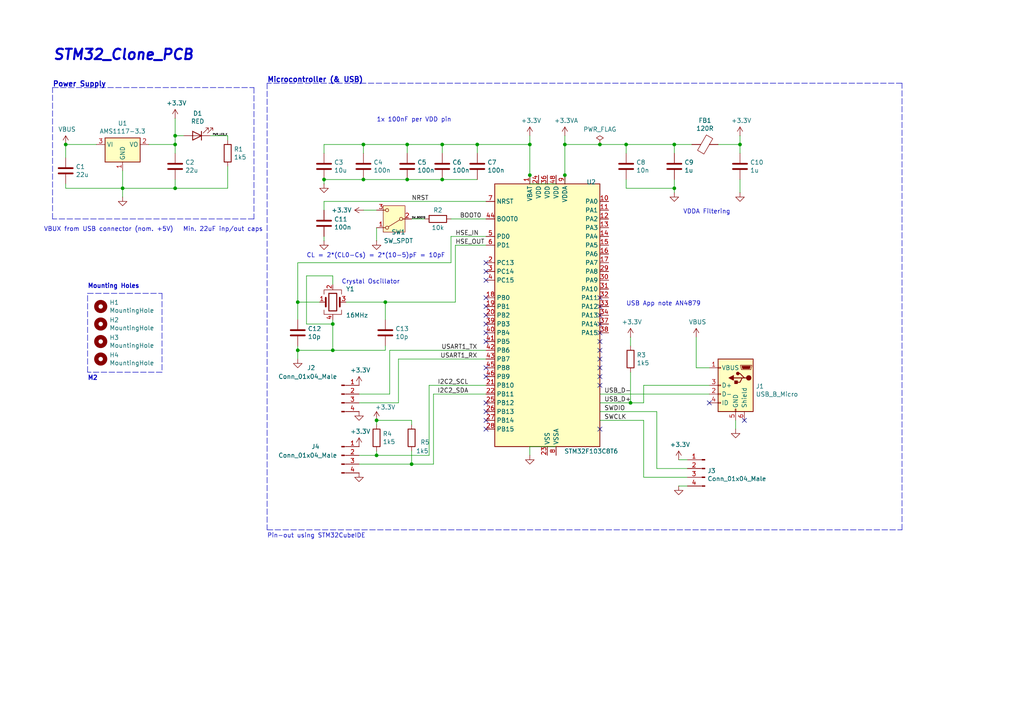
<source format=kicad_sch>
(kicad_sch (version 20250114) (generator "eeschema") (generator_version "9.0")
  (paper "A4")
  (title_block (title "STM32_Clone_PCB") (date "2025-06-10") (rev "0.1") (company "CHIRAG"))
  (lib_symbols
    (symbol "Connector:Conn_01x04_Male" (pin_names (offset 1.016) (hide yes))
      (property "Reference" "J" (at 0 5.08 0))
      (property "Value" "Connector_Conn_01x04_Male" (at 0 -7.62 0))
      (symbol "Conn_01x04_Male_1_1"
        (rectangle (start 0.8636 2.667) (end 0 2.413) (stroke (width 0.1524)) (fill (type outline)))
        (rectangle (start 0.8636 0.127) (end 0 -0.127) (stroke (width 0.1524)) (fill (type outline)))
        (rectangle (start 0.8636 -2.413) (end 0 -2.667) (stroke (width 0.1524)) (fill (type outline)))
        (rectangle (start 0.8636 -4.953) (end 0 -5.207) (stroke (width 0.1524)) (fill (type outline)))
        (polyline (pts (xy 1.27 2.54) (xy 0.8636 2.54)) (stroke (width 0.1524)))
        (polyline (pts (xy 1.27 0) (xy 0.8636 0)) (stroke (width 0.1524)))
        (polyline (pts (xy 1.27 -2.54) (xy 0.8636 -2.54)) (stroke (width 0.1524)))
        (polyline (pts (xy 1.27 -5.08) (xy 0.8636 -5.08)) (stroke (width 0.1524)))
        (pin passive line (at 5.08 2.54 180) (length 3.81) (name "Pin_1") (number "1"))
        (pin passive line (at 5.08 0 180) (length 3.81) (name "Pin_2") (number "2"))
        (pin passive line (at 5.08 -2.54 180) (length 3.81) (name "Pin_3") (number "3"))
        (pin passive line (at 5.08 -5.08 180) (length 3.81) (name "Pin_4") (number "4"))
      )
    )
    (symbol "Connector:USB_B_Micro" (pin_names (offset 1.016))
      (property "Reference" "J" (at -5.08 11.43 0))
      (property "Value" "USB_B_Micro" (at -5.08 8.89 0))
      (symbol "USB_B_Micro_0_1"
        (rectangle (start -5.08 -7.62) (end 5.08 7.62) (stroke (width 0.254)) (fill (type background)))
        (polyline (pts (xy -4.699 5.842) (xy -4.699 5.588) (xy -4.445 4.826) (xy -4.445 4.572) (xy -1.651 4.572) (xy -1.651 4.826) (xy -1.397 5.588) (xy -1.397 5.842) (xy -4.699 5.842)))
        (polyline (pts (xy -4.318 5.588) (xy -1.778 5.588) (xy -2.032 4.826) (xy -4.064 4.826) (xy -4.318 5.588)) (fill (type outline)))
        (circle (center -3.81 2.159) (radius 0.635) (stroke (width 0.254)) (fill (type outline)))
        (polyline (pts (xy -3.175 2.159) (xy -2.54 2.159) (xy -1.27 3.429) (xy -0.635 3.429)) (stroke (width 0.254)))
        (polyline (pts (xy -2.54 2.159) (xy -1.905 2.159) (xy -1.27 0.889) (xy 0 0.889)) (stroke (width 0.254)))
        (polyline (pts (xy -1.905 2.159) (xy 0.635 2.159)) (stroke (width 0.254)))
        (circle (center -0.635 3.429) (radius 0.381) (stroke (width 0.254)) (fill (type outline)))
        (rectangle (start -0.127 -7.62) (end 0.127 -6.858))
        (rectangle (start 0.254 1.27) (end -0.508 0.508) (stroke (width 0.254)) (fill (type outline)))
        (polyline (pts (xy 0.635 2.794) (xy 0.635 1.524) (xy 1.905 2.159) (xy 0.635 2.794)) (stroke (width 0.254)) (fill (type outline)))
        (rectangle (start 5.08 4.953) (end 4.318 5.207))
        (rectangle (start 5.08 -0.127) (end 4.318 0.127))
        (rectangle (start 5.08 -2.667) (end 4.318 -2.413))
        (rectangle (start 5.08 -5.207) (end 4.318 -4.953))
      )
      (symbol "USB_B_Micro_1_1"
        (pin passive line (at -2.54 -10.16 90) (length 2.54) (name "Shield") (number "6"))
        (pin power_out line (at 0 -10.16 90) (length 2.54) (name "GND") (number "5"))
        (pin power_out line (at 7.62 5.08 180) (length 2.54) (name "VBUS") (number "1"))
        (pin bidirectional line (at 7.62 0 180) (length 2.54) (name "D+") (number "3"))
        (pin bidirectional line (at 7.62 -2.54 180) (length 2.54) (name "D-") (number "2"))
        (pin passive line (at 7.62 -5.08 180) (length 2.54) (name "ID") (number "4"))
      )
    )
    (symbol "Device:C" (pin_numbers (hide yes)) (pin_names (offset 0.254))
      (property "Reference" "C" (at 0.635 2.54 0))
      (property "Value" "C" (at 0.635 -2.54 0))
      (symbol "C_0_1"
        (polyline (pts (xy -2.032 0.762) (xy 2.032 0.762)) (stroke (width 0.508)))
        (polyline (pts (xy -2.032 -0.762) (xy 2.032 -0.762)) (stroke (width 0.508)))
      )
      (symbol "C_1_1"
        (pin passive line (at 0 3.81 270) (length 2.794) (name "~") (number "1"))
        (pin passive line (at 0 -3.81 90) (length 2.794) (name "~") (number "2"))
      )
    )
    (symbol "Device:Crystal_GND24" (pin_names (offset 1.016) (hide yes))
      (property "Reference" "Y" (at 3.175 5.08 0))
      (property "Value" "Crystal_GND24" (at 3.175 3.175 0))
      (symbol "Crystal_GND24_0_1"
        (polyline (pts (xy -2.54 2.286) (xy -2.54 3.556) (xy 2.54 3.556) (xy 2.54 2.286)))
        (polyline (pts (xy -2.54 0) (xy -2.032 0)))
        (polyline (pts (xy -2.54 -2.286) (xy -2.54 -3.556) (xy 2.54 -3.556) (xy 2.54 -2.286)))
        (polyline (pts (xy -2.032 -1.27) (xy -2.032 1.27)) (stroke (width 0.508)))
        (rectangle (start -1.143 2.54) (end 1.143 -2.54) (stroke (width 0.3048)))
        (polyline (pts (xy 0 3.556) (xy 0 3.81)))
        (polyline (pts (xy 0 -3.81) (xy 0 -3.556)))
        (polyline (pts (xy 2.032 0) (xy 2.54 0)))
        (polyline (pts (xy 2.032 -1.27) (xy 2.032 1.27)) (stroke (width 0.508)))
      )
      (symbol "Crystal_GND24_1_1"
        (pin passive line (at -3.81 0 0) (length 1.27) (name "1") (number "1"))
        (pin passive line (at 0 5.08 270) (length 1.27) (name "2") (number "2"))
        (pin passive line (at 0 -5.08 90) (length 1.27) (name "4") (number "4"))
        (pin passive line (at 3.81 0 180) (length 1.27) (name "3") (number "3"))
      )
    )
    (symbol "Device:Ferrite_Bead" (pin_numbers (hide yes)) (pin_names (offset 0))
      (property "Reference" "FB" (at -3.81 0.635 90))
      (property "Value" "Device_Ferrite_Bead" (at 3.81 0 90))
      (symbol "Ferrite_Bead_0_1"
        (polyline (pts (xy -2.7686 0.4064) (xy -1.7018 2.2606) (xy 2.7686 -0.3048) (xy 1.6764 -2.159) (xy -2.7686 0.4064)))
        (polyline (pts (xy 0 1.27) (xy 0 1.2954)))
        (polyline (pts (xy 0 -1.27) (xy 0 -1.2192)))
      )
      (symbol "Ferrite_Bead_1_1"
        (pin passive line (at 0 3.81 270) (length 2.54) (name "~") (number "1"))
        (pin passive line (at 0 -3.81 90) (length 2.54) (name "~") (number "2"))
      )
    )
    (symbol "Device:LED" (pin_numbers (hide yes)) (pin_names (offset 1.016) (hide yes))
      (property "Reference" "D" (at 0 2.54 0))
      (property "Value" "LED" (at 0 -2.54 0))
      (symbol "LED_0_1"
        (polyline (pts (xy -3.048 -0.762) (xy -4.572 -2.286) (xy -3.81 -2.286) (xy -4.572 -2.286) (xy -4.572 -1.524)))
        (polyline (pts (xy -1.778 -0.762) (xy -3.302 -2.286) (xy -2.54 -2.286) (xy -3.302 -2.286) (xy -3.302 -1.524)))
        (polyline (pts (xy -1.27 0) (xy 1.27 0)))
        (polyline (pts (xy -1.27 -1.27) (xy -1.27 1.27)) (stroke (width 0.254)))
        (polyline (pts (xy 1.27 -1.27) (xy 1.27 1.27) (xy -1.27 0) (xy 1.27 -1.27)) (stroke (width 0.254)))
      )
      (symbol "LED_1_1"
        (pin passive line (at -3.81 0 0) (length 2.54) (name "K") (number "1"))
        (pin passive line (at 3.81 0 180) (length 2.54) (name "A") (number "2"))
      )
    )
    (symbol "Device:R" (pin_numbers (hide yes)) (pin_names (offset 0))
      (property "Reference" "R" (at 2.032 0 90))
      (property "Value" "R" (at 0 0 90))
      (symbol "R_0_1"
        (rectangle (start -1.016 -2.54) (end 1.016 2.54) (stroke (width 0.254)))
      )
      (symbol "R_1_1"
        (pin passive line (at 0 3.81 270) (length 1.27) (name "~") (number "1"))
        (pin passive line (at 0 -3.81 90) (length 1.27) (name "~") (number "2"))
      )
    )
    (symbol "MCU_ST_STM32F1:STM32F103C8Tx"
      (property "Reference" "U" (at -15.24 39.37 0))
      (property "Value" "STM32F103C8Tx" (at 7.62 39.37 0))
      (symbol "STM32F103C8Tx_0_1"
        (rectangle (start -15.24 -38.1) (end 15.24 38.1) (stroke (width 0.254)) (fill (type background)))
      )
      (symbol "STM32F103C8Tx_1_1"
        (pin input line (at -17.78 33.02 0) (length 2.54) (name "NRST") (number "7"))
        (pin input line (at -17.78 27.94 0) (length 2.54) (name "BOOT0") (number "44"))
        (pin bidirectional line (at -17.78 22.86 0) (length 2.54) (name "PD0") (number "5"))
        (pin bidirectional line (at -17.78 20.32 0) (length 2.54) (name "PD1") (number "6"))
        (pin bidirectional line (at -17.78 15.24 0) (length 2.54) (name "PC13") (number "2"))
        (pin bidirectional line (at -17.78 12.7 0) (length 2.54) (name "PC14") (number "3"))
        (pin bidirectional line (at -17.78 10.16 0) (length 2.54) (name "PC15") (number "4"))
        (pin bidirectional line (at -17.78 5.08 0) (length 2.54) (name "PB0") (number "18"))
        (pin bidirectional line (at -17.78 2.54 0) (length 2.54) (name "PB1") (number "19"))
        (pin bidirectional line (at -17.78 0 0) (length 2.54) (name "PB2") (number "20"))
        (pin bidirectional line (at -17.78 -2.54 0) (length 2.54) (name "PB3") (number "39"))
        (pin bidirectional line (at -17.78 -5.08 0) (length 2.54) (name "PB4") (number "40"))
        (pin bidirectional line (at -17.78 -7.62 0) (length 2.54) (name "PB5") (number "41"))
        (pin bidirectional line (at -17.78 -10.16 0) (length 2.54) (name "PB6") (number "42"))
        (pin bidirectional line (at -17.78 -12.7 0) (length 2.54) (name "PB7") (number "43"))
        (pin bidirectional line (at -17.78 -15.24 0) (length 2.54) (name "PB8") (number "45"))
        (pin bidirectional line (at -17.78 -17.78 0) (length 2.54) (name "PB9") (number "46"))
        (pin bidirectional line (at -17.78 -20.32 0) (length 2.54) (name "PB10") (number "21"))
        (pin bidirectional line (at -17.78 -22.86 0) (length 2.54) (name "PB11") (number "22"))
        (pin bidirectional line (at -17.78 -25.4 0) (length 2.54) (name "PB12") (number "25"))
        (pin bidirectional line (at -17.78 -27.94 0) (length 2.54) (name "PB13") (number "26"))
        (pin bidirectional line (at -17.78 -30.48 0) (length 2.54) (name "PB14") (number "27"))
        (pin bidirectional line (at -17.78 -33.02 0) (length 2.54) (name "PB15") (number "28"))
        (pin power_in line (at -5.08 40.64 270) (length 2.54) (name "VBAT") (number "1"))
        (pin power_in line (at -2.54 40.64 270) (length 2.54) (name "VDD") (number "24"))
        (pin power_in line (at 0 40.64 270) (length 2.54) (name "VDD") (number "36"))
        (pin power_in line (at 0 -40.64 90) (length 2.54) (name "VSS") (number "23"))
        (pin passive line (at 0 -40.64 90) (length 2.54) (hide yes) (name "VSS") (number "35"))
        (pin passive line (at 0 -40.64 90) (length 2.54) (hide yes) (name "VSS") (number "47"))
        (pin power_in line (at 2.54 40.64 270) (length 2.54) (name "VDD") (number "48"))
        (pin power_in line (at 2.54 -40.64 90) (length 2.54) (name "VSSA") (number "8"))
        (pin power_in line (at 5.08 40.64 270) (length 2.54) (name "VDDA") (number "9"))
        (pin bidirectional line (at 17.78 33.02 180) (length 2.54) (name "PA0") (number "10"))
        (pin bidirectional line (at 17.78 30.48 180) (length 2.54) (name "PA1") (number "11"))
        (pin bidirectional line (at 17.78 27.94 180) (length 2.54) (name "PA2") (number "12"))
        (pin bidirectional line (at 17.78 25.4 180) (length 2.54) (name "PA3") (number "13"))
        (pin bidirectional line (at 17.78 22.86 180) (length 2.54) (name "PA4") (number "14"))
        (pin bidirectional line (at 17.78 20.32 180) (length 2.54) (name "PA5") (number "15"))
        (pin bidirectional line (at 17.78 17.78 180) (length 2.54) (name "PA6") (number "16"))
        (pin bidirectional line (at 17.78 15.24 180) (length 2.54) (name "PA7") (number "17"))
        (pin bidirectional line (at 17.78 12.7 180) (length 2.54) (name "PA8") (number "29"))
        (pin bidirectional line (at 17.78 10.16 180) (length 2.54) (name "PA9") (number "30"))
        (pin bidirectional line (at 17.78 7.62 180) (length 2.54) (name "PA10") (number "31"))
        (pin bidirectional line (at 17.78 5.08 180) (length 2.54) (name "PA11") (number "32"))
        (pin bidirectional line (at 17.78 2.54 180) (length 2.54) (name "PA12") (number "33"))
        (pin bidirectional line (at 17.78 0 180) (length 2.54) (name "PA13") (number "34"))
        (pin bidirectional line (at 17.78 -2.54 180) (length 2.54) (name "PA14") (number "37"))
        (pin bidirectional line (at 17.78 -5.08 180) (length 2.54) (name "PA15") (number "38"))
      )
    )
    (symbol "Mechanical:MountingHole" (pin_names (offset 1.016)) (in_bom no)
      (property "Reference" "H" (at 0 5.08 0))
      (property "Value" "MountingHole" (at 0 3.175 0))
      (symbol "MountingHole_0_1"
        (circle (center 0 0) (radius 1.27) (stroke (width 1.27)))
      )
    )
    (symbol "Regulator_Linear:AMS1117-3.3"
      (property "Reference" "U" (at -3.81 3.175 0))
      (property "Value" "AMS1117-3.3" (at 0 3.175 0))
      (symbol "AMS1117-3.3_0_1"
        (rectangle (start -5.08 -5.08) (end 5.08 1.905) (stroke (width 0.254)) (fill (type background)))
      )
      (symbol "AMS1117-3.3_1_1"
        (pin power_in line (at -7.62 0 0) (length 2.54) (name "VI") (number "3"))
        (pin power_in line (at 0 -7.62 90) (length 2.54) (name "GND") (number "1"))
        (pin power_out line (at 7.62 0 180) (length 2.54) (name "VO") (number "2"))
      )
    )
    (symbol "Switch:SW_SPDT" (pin_names (offset 0) (hide yes))
      (property "Reference" "SW" (at 0 5.08 0))
      (property "Value" "SW_SPDT" (at 0 -5.08 0))
      (symbol "SW_SPDT_0_1"
        (circle (center -2.032 0) (radius 0.4572))
        (polyline (pts (xy -1.651 0.254) (xy 1.651 2.286)))
        (circle (center 2.032 2.54) (radius 0.4572))
        (circle (center 2.032 -2.54) (radius 0.4572))
      )
      (symbol "SW_SPDT_1_1"
        (rectangle (start -3.175 3.81) (end 3.175 -3.81) (fill (type background)))
        (pin passive line (at -5.08 0 0) (length 2.54) (name "B") (number "2"))
        (pin passive line (at 5.08 2.54 180) (length 2.54) (name "A") (number "1"))
        (pin passive line (at 5.08 -2.54 180) (length 2.54) (name "C") (number "3"))
      )
    )
    (symbol "power:+3.3V" (power) (pin_numbers (hide yes)) (pin_names (offset 0) (hide yes))
      (property "Value" "+3.3V" (at 0 3.556 0))
      (symbol "+3.3V_0_1"
        (polyline (pts (xy -0.762 1.27) (xy 0 2.54)))
        (polyline (pts (xy 0 2.54) (xy 0.762 1.27)))
        (polyline (pts (xy 0 0) (xy 0 2.54)))
      )
      (symbol "+3.3V_1_1"
        (pin power_in line (at 0 0 90) (length 0) (name "~") (number "1"))
      )
    )
    (symbol "power:+3.3VA" (power) (pin_numbers (hide yes)) (pin_names (offset 0) (hide yes))
      (property "Value" "+3.3VA" (at 0 3.556 0))
      (symbol "+3.3VA_0_1"
        (polyline (pts (xy -0.762 1.27) (xy 0 2.54)))
        (polyline (pts (xy 0 2.54) (xy 0.762 1.27)))
        (polyline (pts (xy 0 0) (xy 0 2.54)))
      )
      (symbol "+3.3VA_1_1"
        (pin power_in line (at 0 0 90) (length 0) (name "~") (number "1"))
      )
    )
    (symbol "power:GND" (power) (pin_numbers (hide yes)) (pin_names (offset 0) (hide yes))
      (property "Value" "GND" (at 0 -3.81 0))
      (symbol "GND_0_1"
        (polyline (pts (xy 0 0) (xy 0 -1.27) (xy 1.27 -1.27) (xy 0 -2.54) (xy -1.27 -1.27) (xy 0 -1.27)))
      )
      (symbol "GND_1_1"
        (pin power_in line (at 0 0 270) (length 0) (name "~") (number "1"))
      )
    )
    (symbol "power:PWR_FLAG" (power) (pin_numbers (hide yes)) (pin_names (offset 0) (hide yes))
      (property "Value" "PWR_FLAG" (at 0 3.81 0))
      (symbol "PWR_FLAG_0_0"
        (pin power_out line (at 0 0 90) (length 0) (name "~") (number "1"))
      )
      (symbol "PWR_FLAG_0_1"
        (polyline (pts (xy 0 0) (xy 0 1.27) (xy -1.016 1.905) (xy 0 2.54) (xy 1.016 1.905) (xy 0 1.27)))
      )
    )
    (symbol "power:VBUS" (power) (pin_numbers (hide yes)) (pin_names (offset 0) (hide yes))
      (property "Value" "VBUS" (at 0 3.556 0))
      (symbol "VBUS_0_1"
        (polyline (pts (xy -0.762 1.27) (xy 0 2.54)))
        (polyline (pts (xy 0 2.54) (xy 0.762 1.27)))
        (polyline (pts (xy 0 0) (xy 0 2.54)))
      )
      (symbol "VBUS_1_1"
        (pin power_in line (at 0 0 90) (length 0) (name "~") (number "1"))
      )
    )
  )
  (text "VDDA Filtering" (at 198.12 62.23 0) (effects (font (size 1.27 1.27)) (justify left bottom)))
  (text "Pin-out using STM32CubeIDE" (at 77.47 156.21 0) (effects (font (size 1.27 1.27)) (justify left bottom)))
  (text "USB App note AN4879" (at 181.61 88.9 0) (effects (font (size 1.27 1.27)) (justify left bottom)))
  (text "Crystal Oscillator" (at 99.06 82.55 0) (effects (font (size 1.27 1.27)) (justify left bottom)))
  (text "Microcontroller (& USB)" (at 77.47 24.13 0) (effects (font (size 1.4986 1.4986) (thickness 0.2997) (bold yes)) (justify left bottom)))
  (text "1x 100nF per VDD pin" (at 109.22 35.56 0) (effects (font (size 1.27 1.27)) (justify left bottom)))
  (text "STM32_Clone_PCB" (at 15.24 17.78 0) (effects (font (size 2.9972 2.9972) (thickness 0.5994) (bold yes) (italic yes)) (justify left bottom)))
  (text "Power Supply" (at 15.24 25.4 0) (effects (font (size 1.4986 1.4986) (thickness 0.2997) (bold yes)) (justify left bottom)))
  (text "M2" (at 25.4 110.49 0) (effects (font (size 1.27 1.27) (thickness 0.254) (bold yes)) (justify left bottom)))
  (text "CL = 2*(CL0-Cs) = 2*(10-5)pF = 10pF" (at 88.9 74.93 0) (effects (font (size 1.27 1.27)) (justify left bottom)))
  (text "VBUX from USB connector (nom. +5V)   Min. 22uF inp/out caps" (at 12.7 67.31 0) (effects (font (size 1.27 1.27)) (justify left bottom)))
  (text "Mounting Holes" (at 25.4 83.82 0) (effects (font (size 1.27 1.27) (thickness 0.254) (bold yes)) (justify left bottom)))
  (junction (at 118.11 41.91))
  (junction (at 181.61 41.91))
  (junction (at 50.8 54.61))
  (junction (at 96.52 101.6))
  (junction (at 195.58 41.91))
  (junction (at 182.88 116.84))
  (junction (at 153.67 41.91))
  (junction (at 109.22 132.08))
  (junction (at 50.8 41.91))
  (junction (at 138.43 41.91))
  (junction (at 111.76 87.63))
  (junction (at 153.67 50.8))
  (junction (at 128.27 41.91))
  (junction (at 214.63 41.91))
  (junction (at 35.56 54.61))
  (junction (at 173.99 41.91))
  (junction (at 93.98 52.07))
  (junction (at 163.83 50.8))
  (junction (at 105.41 41.91))
  (junction (at 86.36 101.6))
  (junction (at 19.05 41.91))
  (junction (at 163.83 41.91))
  (junction (at 105.41 52.07))
  (junction (at 50.8 39.37))
  (junction (at 96.52 93.98))
  (junction (at 86.36 87.63))
  (junction (at 118.11 52.07))
  (junction (at 119.38 134.62))
  (junction (at 195.58 54.61))
  (junction (at 128.27 52.07))
  (junction (at 109.22 121.92))
  (no_connect (at 140.97 119.38))
  (no_connect (at 140.97 86.36))
  (no_connect (at 140.97 121.92))
  (no_connect (at 173.99 124.46))
  (no_connect (at 140.97 76.2))
  (no_connect (at 173.99 109.22))
  (no_connect (at 140.97 109.22))
  (no_connect (at 140.97 91.44))
  (no_connect (at 205.74 116.84))
  (no_connect (at 140.97 81.28))
  (no_connect (at 173.99 106.68))
  (no_connect (at 173.99 101.6))
  (no_connect (at 173.99 88.9))
  (no_connect (at 140.97 99.06))
  (no_connect (at 215.9 121.92))
  (no_connect (at 140.97 88.9))
  (no_connect (at 173.99 99.06))
  (no_connect (at 140.97 78.74))
  (no_connect (at 140.97 116.84))
  (no_connect (at 173.99 96.52))
  (no_connect (at 140.97 124.46))
  (no_connect (at 173.99 91.44))
  (no_connect (at 140.97 96.52))
  (no_connect (at 173.99 93.98))
  (no_connect (at 173.99 104.14))
  (no_connect (at 173.99 111.76))
  (no_connect (at 140.97 106.68))
  (no_connect (at 140.97 93.98))
  (no_connect (at 173.99 86.36))
  (wire (pts (xy 111.76 92.71) (xy 111.76 87.63)))
  (wire (pts (xy 153.67 50.8) (xy 153.67 53.34)))
  (wire (pts (xy 182.88 97.79) (xy 182.88 100.33)))
  (wire (pts (xy 132.08 71.12) (xy 132.08 87.63)))
  (wire (pts (xy 105.41 41.91) (xy 93.98 41.91)))
  (wire (pts (xy 163.83 41.91) (xy 173.99 41.91)))
  (wire (pts (xy 190.5 119.38) (xy 190.5 135.89)))
  (wire (pts (xy 173.99 114.3) (xy 205.74 114.3)))
  (wire (pts (xy 113.03 101.6) (xy 140.97 101.6)))
  (wire (pts (xy 140.97 71.12) (xy 132.08 71.12)))
  (wire (pts (xy 111.76 101.6) (xy 111.76 100.33)))
  (wire (pts (xy 96.52 93.98) (xy 96.52 101.6)))
  (polyline (pts (xy 77.47 153.67) (xy 261.62 153.67)) (stroke (width 0) (type dash)))
  (wire (pts (xy 186.69 111.76) (xy 205.74 111.76)))
  (polyline (pts (xy 73.66 25.4) (xy 73.66 63.5)) (stroke (width 0) (type dash)))
  (wire (pts (xy 111.76 87.63) (xy 100.33 87.63)))
  (wire (pts (xy 50.8 39.37) (xy 50.8 34.29)))
  (wire (pts (xy 119.38 121.92) (xy 119.38 123.19)))
  (wire (pts (xy 93.98 58.42) (xy 140.97 58.42)))
  (wire (pts (xy 138.43 41.91) (xy 153.67 41.91)))
  (wire (pts (xy 208.28 41.91) (xy 214.63 41.91)))
  (wire (pts (xy 105.41 60.96) (xy 109.22 60.96)))
  (wire (pts (xy 86.36 87.63) (xy 86.36 76.2)))
  (wire (pts (xy 186.69 138.43) (xy 199.39 138.43)))
  (wire (pts (xy 138.43 41.91) (xy 128.27 41.91)))
  (wire (pts (xy 35.56 54.61) (xy 50.8 54.61)))
  (wire (pts (xy 19.05 54.61) (xy 35.56 54.61)))
  (wire (pts (xy 181.61 44.45) (xy 181.61 41.91)))
  (wire (pts (xy 50.8 41.91) (xy 50.8 39.37)))
  (wire (pts (xy 118.11 41.91) (xy 105.41 41.91)))
  (wire (pts (xy 181.61 54.61) (xy 195.58 54.61)))
  (polyline (pts (xy 261.62 153.67) (xy 261.62 24.13)) (stroke (width 0) (type dash)))
  (wire (pts (xy 196.85 133.35) (xy 199.39 133.35)))
  (wire (pts (xy 96.52 80.01) (xy 88.9 80.01)))
  (wire (pts (xy 115.57 104.14) (xy 140.97 104.14)))
  (wire (pts (xy 128.27 44.45) (xy 128.27 41.91)))
  (wire (pts (xy 182.88 116.84) (xy 186.69 116.84)))
  (wire (pts (xy 153.67 41.91) (xy 153.67 50.8)))
  (polyline (pts (xy 25.4 107.95) (xy 25.4 85.09)) (stroke (width 0) (type dash)))
  (wire (pts (xy 214.63 39.37) (xy 214.63 41.91)))
  (wire (pts (xy 130.81 68.58) (xy 130.81 76.2)))
  (wire (pts (xy 125.73 114.3) (xy 125.73 134.62)))
  (wire (pts (xy 124.46 111.76) (xy 124.46 132.08)))
  (wire (pts (xy 50.8 41.91) (xy 50.8 44.45)))
  (wire (pts (xy 173.99 41.91) (xy 181.61 41.91)))
  (wire (pts (xy 214.63 41.91) (xy 214.63 44.45)))
  (wire (pts (xy 173.99 121.92) (xy 186.69 121.92)))
  (polyline (pts (xy 25.4 85.09) (xy 46.99 85.09)) (stroke (width 0) (type dash)))
  (wire (pts (xy 96.52 82.55) (xy 96.52 80.01)))
  (wire (pts (xy 109.22 132.08) (xy 104.14 132.08)))
  (wire (pts (xy 105.41 52.07) (xy 118.11 52.07)))
  (wire (pts (xy 125.73 114.3) (xy 140.97 114.3)))
  (wire (pts (xy 128.27 52.07) (xy 138.43 52.07)))
  (wire (pts (xy 163.83 53.34) (xy 163.83 50.8)))
  (polyline (pts (xy 261.62 24.13) (xy 77.47 24.13)) (stroke (width 0) (type dash)))
  (wire (pts (xy 66.04 39.37) (xy 66.04 40.64)))
  (polyline (pts (xy 46.99 85.09) (xy 46.99 107.95)) (stroke (width 0) (type dash)))
  (wire (pts (xy 88.9 80.01) (xy 88.9 93.98)))
  (wire (pts (xy 214.63 55.88) (xy 214.63 52.07)))
  (wire (pts (xy 92.71 87.63) (xy 86.36 87.63)))
  (wire (pts (xy 43.18 41.91) (xy 50.8 41.91)))
  (wire (pts (xy 118.11 52.07) (xy 128.27 52.07)))
  (wire (pts (xy 115.57 116.84) (xy 104.14 116.84)))
  (wire (pts (xy 86.36 101.6) (xy 86.36 104.14)))
  (wire (pts (xy 153.67 132.08) (xy 153.67 129.54)))
  (wire (pts (xy 19.05 53.34) (xy 19.05 54.61)))
  (wire (pts (xy 163.83 39.37) (xy 163.83 41.91)))
  (wire (pts (xy 140.97 68.58) (xy 130.81 68.58)))
  (wire (pts (xy 19.05 41.91) (xy 19.05 45.72)))
  (wire (pts (xy 105.41 41.91) (xy 105.41 44.45)))
  (wire (pts (xy 53.34 39.37) (xy 50.8 39.37)))
  (wire (pts (xy 130.81 63.5) (xy 140.97 63.5)))
  (wire (pts (xy 201.93 106.68) (xy 205.74 106.68)))
  (wire (pts (xy 119.38 134.62) (xy 125.73 134.62)))
  (wire (pts (xy 109.22 121.92) (xy 109.22 123.19)))
  (wire (pts (xy 35.56 54.61) (xy 35.56 57.15)))
  (wire (pts (xy 50.8 54.61) (xy 66.04 54.61)))
  (polyline (pts (xy 77.47 24.13) (xy 77.47 153.67)) (stroke (width 0) (type dash)))
  (wire (pts (xy 181.61 41.91) (xy 195.58 41.91)))
  (wire (pts (xy 173.99 119.38) (xy 190.5 119.38)))
  (wire (pts (xy 88.9 93.98) (xy 96.52 93.98)))
  (wire (pts (xy 186.69 121.92) (xy 186.69 138.43)))
  (wire (pts (xy 124.46 111.76) (xy 140.97 111.76)))
  (wire (pts (xy 35.56 49.53) (xy 35.56 54.61)))
  (wire (pts (xy 86.36 92.71) (xy 86.36 87.63)))
  (wire (pts (xy 182.88 107.95) (xy 182.88 116.84)))
  (wire (pts (xy 96.52 101.6) (xy 111.76 101.6)))
  (polyline (pts (xy 15.24 63.5) (xy 15.24 25.4)) (stroke (width 0) (type dash)))
  (wire (pts (xy 119.38 63.5) (xy 123.19 63.5)))
  (wire (pts (xy 50.8 54.61) (xy 50.8 52.07)))
  (wire (pts (xy 27.94 41.91) (xy 19.05 41.91)))
  (wire (pts (xy 138.43 44.45) (xy 138.43 41.91)))
  (wire (pts (xy 173.99 116.84) (xy 182.88 116.84)))
  (wire (pts (xy 60.96 39.37) (xy 66.04 39.37)))
  (wire (pts (xy 86.36 100.33) (xy 86.36 101.6)))
  (wire (pts (xy 104.14 114.3) (xy 113.03 114.3)))
  (wire (pts (xy 93.98 58.42) (xy 93.98 60.96)))
  (wire (pts (xy 109.22 132.08) (xy 124.46 132.08)))
  (wire (pts (xy 181.61 52.07) (xy 181.61 54.61)))
  (wire (pts (xy 163.83 50.8) (xy 163.83 41.91)))
  (wire (pts (xy 93.98 52.07) (xy 105.41 52.07)))
  (wire (pts (xy 201.93 97.79) (xy 201.93 106.68)))
  (wire (pts (xy 86.36 101.6) (xy 96.52 101.6)))
  (polyline (pts (xy 15.24 25.4) (xy 73.66 25.4)) (stroke (width 0) (type dash)))
  (wire (pts (xy 66.04 48.26) (xy 66.04 54.61)))
  (wire (pts (xy 195.58 54.61) (xy 195.58 55.88)))
  (wire (pts (xy 86.36 76.2) (xy 130.81 76.2)))
  (wire (pts (xy 128.27 41.91) (xy 118.11 41.91)))
  (wire (pts (xy 93.98 52.07) (xy 93.98 53.34)))
  (wire (pts (xy 113.03 114.3) (xy 113.03 101.6)))
  (wire (pts (xy 195.58 41.91) (xy 200.66 41.91)))
  (wire (pts (xy 104.14 134.62) (xy 119.38 134.62)))
  (wire (pts (xy 118.11 44.45) (xy 118.11 41.91)))
  (wire (pts (xy 195.58 52.07) (xy 195.58 54.61)))
  (wire (pts (xy 153.67 53.34) (xy 161.29 53.34)))
  (wire (pts (xy 132.08 87.63) (xy 111.76 87.63)))
  (polyline (pts (xy 73.66 63.5) (xy 15.24 63.5)) (stroke (width 0) (type dash)))
  (wire (pts (xy 109.22 69.85) (xy 109.22 66.04)))
  (wire (pts (xy 153.67 41.91) (xy 153.67 39.37)))
  (wire (pts (xy 93.98 41.91) (xy 93.98 44.45)))
  (wire (pts (xy 119.38 130.81) (xy 119.38 134.62)))
  (wire (pts (xy 153.67 129.54) (xy 161.29 129.54)))
  (wire (pts (xy 195.58 41.91) (xy 195.58 44.45)))
  (wire (pts (xy 109.22 130.81) (xy 109.22 132.08)))
  (wire (pts (xy 109.22 121.92) (xy 119.38 121.92)))
  (wire (pts (xy 186.69 116.84) (xy 186.69 111.76)))
  (wire (pts (xy 190.5 135.89) (xy 199.39 135.89)))
  (wire (pts (xy 96.52 92.71) (xy 96.52 93.98)))
  (wire (pts (xy 93.98 68.58) (xy 93.98 69.85)))
  (wire (pts (xy 115.57 104.14) (xy 115.57 116.84)))
  (wire (pts (xy 199.39 140.97) (xy 196.85 140.97)))
  (wire (pts (xy 213.36 121.92) (xy 213.36 124.46)))
  (polyline (pts (xy 46.99 107.95) (xy 25.4 107.95)) (stroke (width 0) (type dash)))
  (label "USB_D+" (at 175.26 116.84 0))
  (label "USART1_TX" (at 138.43 101.6 180))
  (label "USART1_RX" (at 138.43 104.14 180))
  (label "HSE_OUT" (at 132.08 71.12 0))
  (label "SWCLK" (at 175.26 121.92 0))
  (label "I2C2_SDA" (at 135.89 114.3 180))
  (label "I2C2_SCL" (at 135.89 111.76 180))
  (label "PWR_LED_K" (at 66.04 39.37 180) (effects (font (size 0.508 0.508))))
  (label "NRST" (at 119.38 58.42 0))
  (label "HSE_IN" (at 132.08 68.58 0))
  (label "USB_D-" (at 175.26 114.3 0))
  (label "SWDIO" (at 175.26 119.38 0))
  (label "SW_BOOT0" (at 119.38 63.5 0) (effects (font (size 0.508 0.508))))
  (label "BOOT0" (at 133.35 63.5 0))
  (symbol (lib_id "MCU_ST_STM32F1:STM32F103C8Tx") (at 158.75 91.44 0) (unit 1)
    (property "Reference" "U2" (at 171.4754 52.8066 0))
    (property "Value" "STM32F103C8T6" (at 171.4754 130.8862 0))
    (property "Footprint" "Package_QFP:LQFP-48_7x7mm_P0.5mm" (effects (hide yes)))
    (property "Datasheet" "http://www.st.com/st-web-ui/static/active/en/resource/technical/document/datasheet/CD00161566.pdf" (effects (hide yes)))
  )
  (symbol (lib_id "power:+3.3V") (at 153.67 39.37 0) (unit 1)
    (property "Reference" "#PWR014" (effects (hide yes)))
    (property "Value" "+3.3V" (at 154.051 34.9758 0))
  )
  (symbol (lib_id "Device:C") (at 138.43 48.26 0) (unit 1)
    (property "Reference" "C7" (at 141.351 47.0916 0) (effects (justify left)))
    (property "Value" "100n" (at 141.351 49.403 0) (effects (justify left)))
    (property "Footprint" "Capacitor_SMD:C_0402_1005Metric" (effects (hide yes)))
  )
  (symbol (lib_id "Device:C") (at 128.27 48.26 0) (unit 1)
    (property "Reference" "C6" (at 131.191 47.0916 0) (effects (justify left)))
    (property "Value" "100n" (at 131.191 49.403 0) (effects (justify left)))
    (property "Footprint" "Capacitor_SMD:C_0402_1005Metric" (effects (hide yes)))
  )
  (symbol (lib_id "Device:C") (at 118.11 48.26 0) (unit 1)
    (property "Reference" "C5" (at 121.031 47.0916 0) (effects (justify left)))
    (property "Value" "100n" (at 121.031 49.403 0) (effects (justify left)))
    (property "Footprint" "Capacitor_SMD:C_0402_1005Metric" (effects (hide yes)))
  )
  (symbol (lib_id "power:GND") (at 153.67 132.08 0) (unit 1)
    (property "Reference" "#PWR015" (effects (hide yes)))
    (property "Value" "GND" (effects (hide yes)))
  )
  (symbol (lib_id "Device:C") (at 105.41 48.26 0) (unit 1)
    (property "Reference" "C4" (at 108.331 47.0916 0) (effects (justify left)))
    (property "Value" "100n" (at 108.331 49.403 0) (effects (justify left)))
    (property "Footprint" "Capacitor_SMD:C_0402_1005Metric" (effects (hide yes)))
  )
  (symbol (lib_id "Device:C") (at 93.98 48.26 0) (unit 1)
    (property "Reference" "C3" (at 96.901 47.0916 0) (effects (justify left)))
    (property "Value" "10u" (at 96.901 49.403 0) (effects (justify left)))
    (property "Footprint" "Capacitor_SMD:C_0603_1608Metric" (effects (hide yes)))
  )
  (symbol (lib_id "power:GND") (at 93.98 53.34 0) (unit 1)
    (property "Reference" "#PWR05" (effects (hide yes)))
    (property "Value" "GND" (effects (hide yes)))
  )
  (symbol (lib_id "Device:C") (at 181.61 48.26 0) (unit 1)
    (property "Reference" "C8" (at 184.531 47.0916 0) (effects (justify left)))
    (property "Value" "10n" (at 184.531 49.403 0) (effects (justify left)))
    (property "Footprint" "Capacitor_SMD:C_0402_1005Metric" (effects (hide yes)))
  )
  (symbol (lib_id "Device:C") (at 195.58 48.26 0) (unit 1)
    (property "Reference" "C9" (at 198.501 47.0916 0) (effects (justify left)))
    (property "Value" "1u" (at 198.501 49.403 0) (effects (justify left)))
    (property "Footprint" "Capacitor_SMD:C_0402_1005Metric" (effects (hide yes)))
  )
  (symbol (lib_id "power:+3.3VA") (at 163.83 39.37 0) (unit 1)
    (property "Reference" "#PWR016" (effects (hide yes)))
    (property "Value" "+3.3VA" (at 164.211 34.9758 0))
  )
  (symbol (lib_id "Device:Ferrite_Bead") (at 204.47 41.91 270) (unit 1)
    (property "Reference" "FB1" (at 204.47 34.9504 90))
    (property "Value" "120R" (at 204.47 37.2618 90))
    (property "Footprint" "Inductor_SMD:L_0603_1608Metric" (effects (hide yes)))
  )
  (symbol (lib_id "Device:C") (at 214.63 48.26 0) (unit 1)
    (property "Reference" "C10" (at 217.551 47.0916 0) (effects (justify left)))
    (property "Value" "1u" (at 217.551 49.403 0) (effects (justify left)))
    (property "Footprint" "Capacitor_SMD:C_0402_1005Metric" (effects (hide yes)))
  )
  (symbol (lib_id "power:GND") (at 195.58 55.88 0) (unit 1)
    (property "Reference" "#PWR018" (effects (hide yes)))
    (property "Value" "GND" (effects (hide yes)))
  )
  (symbol (lib_id "power:GND") (at 214.63 55.88 0) (unit 1)
    (property "Reference" "#PWR024" (effects (hide yes)))
    (property "Value" "GND" (effects (hide yes)))
  )
  (symbol (lib_id "power:+3.3V") (at 214.63 39.37 0) (unit 1)
    (property "Reference" "#PWR023" (effects (hide yes)))
    (property "Value" "+3.3V" (at 215.011 34.9758 0))
  )
  (symbol (lib_id "Device:C") (at 93.98 64.77 0) (unit 1)
    (property "Reference" "C11" (at 96.901 63.6016 0) (effects (justify left)))
    (property "Value" "100n" (at 96.901 65.913 0) (effects (justify left)))
    (property "Footprint" "Capacitor_SMD:C_0402_1005Metric" (effects (hide yes)))
  )
  (symbol (lib_id "power:GND") (at 93.98 69.85 0) (unit 1)
    (property "Reference" "#PWR06" (effects (hide yes)))
    (property "Value" "GND" (effects (hide yes)))
  )
  (symbol (lib_id "Switch:SW_SPDT") (at 114.3 63.5 180) (unit 1)
    (property "Reference" "SW1" (at 115.57 67.31 0))
    (property "Value" "SW_SPDT" (at 115.57 69.85 0))
    (property "Footprint" "Button_Switch_SMD:SW_SPDT_PCM12" (effects (hide yes)))
  )
  (symbol (lib_id "Device:R") (at 127 63.5 270) (unit 1)
    (property "Reference" "R2" (at 127 60.96 90))
    (property "Value" "10k" (at 127 66.04 90))
    (property "Footprint" "Resistor_SMD:R_0402_1005Metric" (effects (hide yes)))
  )
  (symbol (lib_id "power:GND") (at 109.22 69.85 0) (unit 1)
    (property "Reference" "#PWR012" (effects (hide yes)))
    (property "Value" "GND" (effects (hide yes)))
  )
  (symbol (lib_id "power:+3.3V") (at 105.41 60.96 90) (unit 1)
    (property "Reference" "#PWR011" (effects (hide yes)))
    (property "Value" "+3.3V" (at 99.06 60.96 90))
  )
  (symbol (lib_id "Device:Crystal_GND24") (at 96.52 87.63 0) (unit 1)
    (property "Reference" "Y1" (at 100.33 83.82 0) (effects (justify left)))
    (property "Value" "16MHz" (at 100.33 91.44 0) (effects (justify left)))
    (property "Footprint" "Crystal:Crystal_SMD_3225-4Pin_3.2x2.5mm" (effects (hide yes)))
  )
  (symbol (lib_id "power:GND") (at 86.36 104.14 0) (unit 1)
    (property "Reference" "#PWR04" (effects (hide yes)))
    (property "Value" "GND" (effects (hide yes)))
  )
  (symbol (lib_id "Device:C") (at 86.36 96.52 0) (unit 1)
    (property "Reference" "C12" (at 89.281 95.3516 0) (effects (justify left)))
    (property "Value" "10p" (at 89.281 97.663 0) (effects (justify left)))
    (property "Footprint" "Capacitor_SMD:C_0402_1005Metric" (effects (hide yes)))
  )
  (symbol (lib_id "Device:C") (at 111.76 96.52 0) (unit 1)
    (property "Reference" "C13" (at 114.681 95.3516 0) (effects (justify left)))
    (property "Value" "10p" (at 114.681 97.663 0) (effects (justify left)))
    (property "Footprint" "Capacitor_SMD:C_0402_1005Metric" (effects (hide yes)))
  )
  (symbol (lib_id "Connector:USB_B_Micro") (at 213.36 111.76 0) (mirror y) (unit 1)
    (property "Reference" "J1" (at 219.202 112.0394 0) (effects (justify right)))
    (property "Value" "USB_B_Micro" (at 219.202 114.3508 0) (effects (justify right)))
    (property "Footprint" "Connector_USB:USB_Micro-B_Wuerth_629105150521" (effects (hide yes)))
  )
  (symbol (lib_id "power:GND") (at 213.36 124.46 0) (unit 1)
    (property "Reference" "#PWR022" (effects (hide yes)))
    (property "Value" "GND" (effects (hide yes)))
  )
  (symbol (lib_id "power:VBUS") (at 201.93 97.79 0) (unit 1)
    (property "Reference" "#PWR021" (effects (hide yes)))
    (property "Value" "VBUS" (at 202.311 93.3958 0))
  )
  (symbol (lib_id "Device:R") (at 182.88 104.14 0) (unit 1)
    (property "Reference" "R3" (at 184.658 102.9716 0) (effects (justify left)))
    (property "Value" "1k5" (at 184.658 105.283 0) (effects (justify left)))
    (property "Footprint" "Resistor_SMD:R_0402_1005Metric" (effects (hide yes)))
  )
  (symbol (lib_id "power:+3.3V") (at 182.88 97.79 0) (unit 1)
    (property "Reference" "#PWR017" (effects (hide yes)))
    (property "Value" "+3.3V" (at 183.261 93.3958 0))
  )
  (symbol (lib_id "Connector:Conn_01x04_Male") (at 204.47 135.89 0) (mirror y) (unit 1)
    (property "Reference" "J3" (at 205.1812 136.5504 0) (effects (justify right)))
    (property "Value" "Conn_01x04_Male" (at 205.1812 138.8618 0) (effects (justify right)))
    (property "Footprint" "Connector_PinHeader_2.54mm:PinHeader_1x04_P2.54mm_Vertical" (effects (hide yes)))
  )
  (symbol (lib_id "power:+3.3V") (at 196.85 133.35 0) (unit 1)
    (property "Reference" "#PWR019" (effects (hide yes)))
    (property "Value" "+3.3V" (at 197.231 128.9558 0))
  )
  (symbol (lib_id "power:GND") (at 196.85 140.97 0) (unit 1)
    (property "Reference" "#PWR020" (effects (hide yes)))
    (property "Value" "GND" (effects (hide yes)))
  )
  (symbol (lib_id "Regulator_Linear:AMS1117-3.3") (at 35.56 41.91 0) (unit 1)
    (property "Reference" "U1" (at 35.56 35.7632 0))
    (property "Value" "AMS1117-3.3" (at 35.56 38.0746 0))
    (property "Footprint" "Package_TO_SOT_SMD:SOT-223-3_TabPin2" (effects (hide yes)))
    (property "Datasheet" "http://www.advanced-monolithic.com/pdf/ds1117.pdf" (effects (hide yes)))
  )
  (symbol (lib_id "power:GND") (at 35.56 57.15 0) (unit 1)
    (property "Reference" "#PWR02" (effects (hide yes)))
    (property "Value" "GND" (effects (hide yes)))
  )
  (symbol (lib_id "Device:C") (at 19.05 49.53 0) (unit 1)
    (property "Reference" "C1" (at 21.971 48.3616 0) (effects (justify left)))
    (property "Value" "22u" (at 21.971 50.673 0) (effects (justify left)))
    (property "Footprint" "Capacitor_SMD:C_0805_2012Metric" (effects (hide yes)))
  )
  (symbol (lib_id "Device:C") (at 50.8 48.26 0) (unit 1)
    (property "Reference" "C2" (at 53.721 47.0916 0) (effects (justify left)))
    (property "Value" "22u" (at 53.721 49.403 0) (effects (justify left)))
    (property "Footprint" "Capacitor_SMD:C_0805_2012Metric" (effects (hide yes)))
  )
  (symbol (lib_id "power:VBUS") (at 19.05 41.91 0) (unit 1)
    (property "Reference" "#PWR01" (effects (hide yes)))
    (property "Value" "VBUS" (at 19.431 37.5158 0))
  )
  (symbol (lib_id "power:+3.3V") (at 50.8 34.29 0) (unit 1)
    (property "Reference" "#PWR03" (effects (hide yes)))
    (property "Value" "+3.3V" (at 51.181 29.8958 0))
  )
  (symbol (lib_id "Device:LED") (at 57.15 39.37 180) (unit 1)
    (property "Reference" "D1" (at 57.3278 32.893 0))
    (property "Value" "RED" (at 57.3278 35.2044 0))
    (property "Footprint" "LED_SMD:LED_0603_1608Metric" (effects (hide yes)))
  )
  (symbol (lib_id "Device:R") (at 66.04 44.45 0) (unit 1)
    (property "Reference" "R1" (at 67.818 43.2816 0) (effects (justify left)))
    (property "Value" "1k5" (at 67.818 45.593 0) (effects (justify left)))
    (property "Footprint" "Resistor_SMD:R_0402_1005Metric" (effects (hide yes)))
  )
  (symbol (lib_id "power:PWR_FLAG") (at 173.99 41.91 0) (unit 1)
    (property "Reference" "#FLG0101" (effects (hide yes)))
    (property "Value" "PWR_FLAG" (at 173.99 37.5158 0))
  )
  (symbol (lib_id "Connector:Conn_01x04_Male") (at 99.06 114.3 0) (unit 1)
    (property "Reference" "J2" (at 91.44 106.68 0) (effects (justify right)))
    (property "Value" "Conn_01x04_Male" (at 97.79 109.22 0) (effects (justify right)))
    (property "Footprint" "Connector_PinHeader_2.54mm:PinHeader_1x04_P2.54mm_Vertical" (effects (hide yes)))
  )
  (symbol (lib_id "Connector:Conn_01x04_Male") (at 99.06 132.08 0) (unit 1)
    (property "Reference" "J4" (at 92.71 129.54 0) (effects (justify right)))
    (property "Value" "Conn_01x04_Male" (at 97.79 132.08 0) (effects (justify right)))
    (property "Footprint" "Connector_PinHeader_2.54mm:PinHeader_1x04_P2.54mm_Vertical" (effects (hide yes)))
  )
  (symbol (lib_id "Mechanical:MountingHole") (at 29.21 88.9 0) (unit 1)
    (property "Reference" "H1" (at 31.75 87.7316 0) (effects (justify left)))
    (property "Value" "MountingHole" (at 31.75 90.043 0) (effects (justify left)))
    (property "Footprint" "MountingHole:MountingHole_2.2mm_M2" (effects (hide yes)))
  )
  (symbol (lib_id "Mechanical:MountingHole") (at 29.21 93.98 0) (unit 1)
    (property "Reference" "H2" (at 31.75 92.8116 0) (effects (justify left)))
    (property "Value" "MountingHole" (at 31.75 95.123 0) (effects (justify left)))
    (property "Footprint" "MountingHole:MountingHole_2.2mm_M2" (effects (hide yes)))
  )
  (symbol (lib_id "Mechanical:MountingHole") (at 29.21 99.06 0) (unit 1)
    (property "Reference" "H3" (at 31.75 97.8916 0) (effects (justify left)))
    (property "Value" "MountingHole" (at 31.75 100.203 0) (effects (justify left)))
    (property "Footprint" "MountingHole:MountingHole_2.2mm_M2" (effects (hide yes)))
  )
  (symbol (lib_id "Mechanical:MountingHole") (at 29.21 104.14 0) (unit 1)
    (property "Reference" "H4" (at 31.75 102.9716 0) (effects (justify left)))
    (property "Value" "MountingHole" (at 31.75 105.283 0) (effects (justify left)))
    (property "Footprint" "MountingHole:MountingHole_2.2mm_M2" (effects (hide yes)))
  )
  (symbol (lib_id "power:GND") (at 104.14 119.38 0) (unit 1)
    (property "Reference" "#PWR08" (effects (hide yes)))
    (property "Value" "GND" (effects (hide yes)))
  )
  (symbol (lib_id "power:+3.3V") (at 104.14 111.76 0) (unit 1)
    (property "Reference" "#PWR07" (effects (hide yes)))
    (property "Value" "+3.3V" (at 104.521 107.3658 0))
  )
  (symbol (lib_id "power:+3.3V") (at 104.14 129.54 0) (unit 1)
    (property "Reference" "#PWR09" (effects (hide yes)))
    (property "Value" "+3.3V" (at 104.521 125.1458 0))
  )
  (symbol (lib_id "power:GND") (at 104.14 137.16 0) (unit 1)
    (property "Reference" "#PWR010" (effects (hide yes)))
    (property "Value" "GND" (effects (hide yes)))
  )
  (symbol (lib_id "Device:R") (at 109.22 127 0) (unit 1)
    (property "Reference" "R4" (at 110.998 125.8316 0) (effects (justify left)))
    (property "Value" "1k5" (at 110.998 128.143 0) (effects (justify left)))
    (property "Footprint" "Resistor_SMD:R_0402_1005Metric" (effects (hide yes)))
  )
  (symbol (lib_id "Device:R") (at 119.38 127 0) (unit 1)
    (property "Reference" "R5" (at 121.92 128.27 0) (effects (justify left)))
    (property "Value" "1k5" (at 120.65 130.81 0) (effects (justify left)))
    (property "Footprint" "Resistor_SMD:R_0402_1005Metric" (effects (hide yes)))
  )
  (symbol (lib_id "power:+3.3V") (at 109.22 121.92 0) (unit 1)
    (property "Reference" "#PWR013" (effects (hide yes)))
    (property "Value" "+3.3V" (at 111.76 118.11 0))
  )
)
</source>
